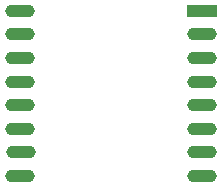
<source format=gbr>
G04 #@! TF.GenerationSoftware,KiCad,Pcbnew,no-vcs-found-7613~57~ubuntu16.04.1*
G04 #@! TF.CreationDate,2017-02-19T17:16:57-08:00*
G04 #@! TF.ProjectId,ESPKey,4553504B65792E6B696361645F706362,rev?*
G04 #@! TF.FileFunction,Soldermask,Bot*
G04 #@! TF.FilePolarity,Negative*
%FSLAX46Y46*%
G04 Gerber Fmt 4.6, Leading zero omitted, Abs format (unit mm)*
G04 Created by KiCad (PCBNEW no-vcs-found-7613~57~ubuntu16.04.1) date Sun Feb 19 17:16:57 2017*
%MOMM*%
%LPD*%
G01*
G04 APERTURE LIST*
%ADD10C,0.100000*%
%ADD11R,2.500000X1.100000*%
%ADD12O,2.500000X1.100000*%
G04 APERTURE END LIST*
D10*
D11*
X119700000Y-105100000D03*
D12*
X119700000Y-107100000D03*
X119700000Y-109100000D03*
X119700000Y-111100000D03*
X119700000Y-113100000D03*
X119700000Y-115100000D03*
X119700000Y-117100000D03*
X119700000Y-119100000D03*
X104300000Y-119100000D03*
X104400000Y-117100000D03*
X104300000Y-115100000D03*
X104300000Y-113100000D03*
X104300000Y-111100000D03*
X104300000Y-109100000D03*
X104300000Y-107100000D03*
X104300000Y-105100000D03*
M02*

</source>
